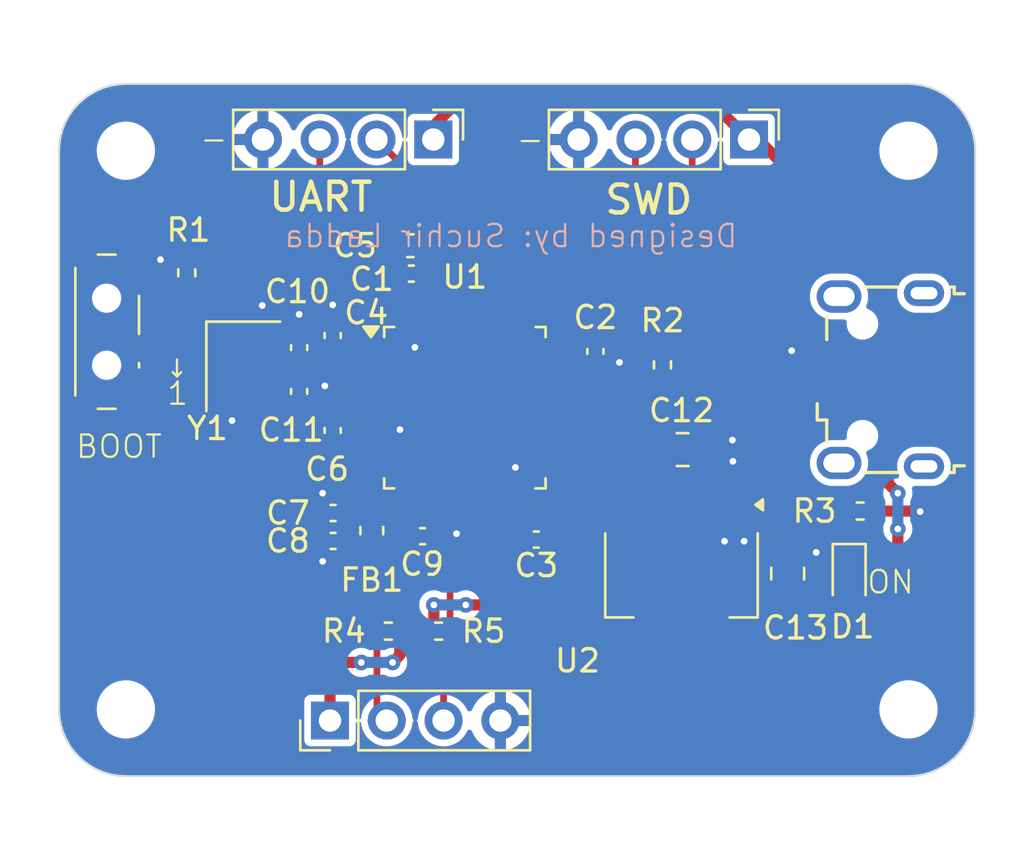
<source format=kicad_pcb>
(kicad_pcb (version 20240108) (generator "pcbnew") (generator_version "8.0")
  (layers (0 "F.Cu" signal) (31 "B.Cu" power) (34 "B.Paste" user) (35 "F.Paste" user) (36 "B.SilkS" user "B.Silkscreen") (37 "F.SilkS" user "F.Silkscreen") (38 "B.Mask" user) (39 "F.Mask" user) (44 "Edge.Cuts" user))
  (net 0 "")
  (net 1 "GND")
  (net 2 "+3.3V")
  (net 3 "+3.3VA")
  (net 4 "/NRST")
  (net 5 "/HSE_IN")
  (net 6 "/HSE_OUT")
  (net 7 "VBUS")
  (net 8 "/PWR_LED_K")
  (net 9 "/SWDIO")
  (net 10 "/SWCLK")
  (net 14 "/USB_D+")
  (net 16 "/USB_D-")
  (net 18 "/I2C2_SDA")
  (net 19 "/I2C2_SCL")
  (net 20 "/USART1_RX")
  (net 21 "/USART1_TX")
  (net 22 "/SW_BOOT0")
  (net 23 "/BOOT0")
  (footprint "Capacitor_SMD:C_0402_1005Metric" (layer "F.Cu") (at 107.25 95.52 90)
    (property "Reference" "C4" (at 1.02 1.5 0) (layer "F.SilkS"))
    (property "Value" "100n")
    (fp_line (start -0.107836 -0.36) (end 0.107836 -0.36) (stroke (width 0.12)) (layer "F.SilkS"))
    (fp_line (start -0.107836 0.36) (end 0.107836 0.36) (stroke (width 0.12)) (layer "F.SilkS"))
    (pad "1" smd roundrect (at -0.48 0 90) (size 0.56 0.62) (layers "F.Cu" "F.Paste" "F.Mask") (net 2 "+3.3V"))
    (pad "2" smd roundrect (at 0.48 0 90) (size 0.56 0.62) (layers "F.Cu" "F.Paste" "F.Mask") (net 1 "GND"))
  )
  (footprint "MountingHole:MountingHole_2.2mm_M2" (layer "F.Cu") (at 98 87.25)
    (property "Reference" "H4")
    (property "Value" "MountingHole")
    (pad "" np_thru_hole circle (at 0 0) (size 2.2 2.2) (drill 2.2) (layers "*.Cu" "*.Mask"))
  )
  (footprint "Resistor_SMD:R_0402_1005Metric" (layer "F.Cu") (at 111.99 108.75)
    (property "Reference" "R5" (at 2.01 0 360) (layer "F.SilkS"))
    (property "Value" "1k5")
    (fp_line (start -0.153641 -0.38) (end 0.153641 -0.38) (stroke (width 0.12)) (layer "F.SilkS"))
    (fp_line (start -0.153641 0.38) (end 0.153641 0.38) (stroke (width 0.12)) (layer "F.SilkS"))
    (pad "1" smd roundrect (at -0.51 0) (size 0.54 0.64) (layers "F.Cu" "F.Paste" "F.Mask") (net 2 "+3.3V"))
    (pad "2" smd roundrect (at 0.51 0) (size 0.54 0.64) (layers "F.Cu" "F.Paste" "F.Mask") (net 18 "/I2C2_SDA"))
  )
  (footprint "Capacitor_SMD:C_0603_1608Metric" (layer "F.Cu") (at 110.725 91.5)
    (property "Reference" "C5" (at -2.475 0 0) (layer "F.SilkS"))
    (property "Value" "10u")
    (fp_line (start -0.14058 -0.51) (end 0.14058 -0.51) (stroke (width 0.12)) (layer "F.SilkS"))
    (fp_line (start -0.14058 0.51) (end 0.14058 0.51) (stroke (width 0.12)) (layer "F.SilkS"))
    (pad "1" smd roundrect (at -0.775 0) (size 0.9 0.95) (layers "F.Cu" "F.Paste" "F.Mask") (net 2 "+3.3V"))
    (pad "2" smd roundrect (at 0.775 0) (size 0.9 0.95) (layers "F.Cu" "F.Paste" "F.Mask") (net 1 "GND"))
  )
  (footprint "Capacitor_SMD:C_0402_1005Metric" (layer "F.Cu") (at 105.75 98.02 90)
    (property "Reference" "C11" (at -1.73 -0.35 180) (layer "F.SilkS"))
    (property "Value" "10p")
    (fp_line (start -0.107836 -0.36) (end 0.107836 -0.36) (stroke (width 0.12)) (layer "F.SilkS"))
    (fp_line (start -0.107836 0.36) (end 0.107836 0.36) (stroke (width 0.12)) (layer "F.SilkS"))
    (pad "1" smd roundrect (at -0.48 0 90) (size 0.56 0.62) (layers "F.Cu" "F.Paste" "F.Mask") (net 6 "/HSE_OUT"))
    (pad "2" smd roundrect (at 0.48 0 90) (size 0.56 0.62) (layers "F.Cu" "F.Paste" "F.Mask") (net 1 "GND"))
  )
  (footprint "LED_SMD:LED_0603_1608Metric" (layer "F.Cu") (at 130.35 106.3375 -90)
    (property "Reference" "D1" (at 2.2125 -0.15 180) (layer "F.SilkS"))
    (property "Value" "RED")
    (fp_line (start -1.485 0.735) (end 0.8 0.735) (stroke (width 0.12)) (layer "F.SilkS"))
    (fp_line (start -1.485 -0.735) (end -1.485 0.735) (stroke (width 0.12)) (layer "F.SilkS"))
    (fp_line (start 0.8 -0.735) (end -1.485 -0.735) (stroke (width 0.12)) (layer "F.SilkS"))
    (pad "1" smd roundrect (at -0.7875 0 270) (size 0.875 0.95) (layers "F.Cu" "F.Paste" "F.Mask") (net 8 "/PWR_LED_K"))
    (pad "2" smd roundrect (at 0.7875 0 270) (size 0.875 0.95) (layers "F.Cu" "F.Paste" "F.Mask") (net 2 "+3.3V"))
  )
  (footprint "Resistor_SMD:R_0402_1005Metric" (layer "F.Cu") (at 130.84 103.375)
    (property "Reference" "R3" (at -2.04 0 360) (layer "F.SilkS"))
    (property "Value" "1k5")
    (fp_line (start -0.153641 -0.38) (end 0.153641 -0.38) (stroke (width 0.12)) (layer "F.SilkS"))
    (fp_line (start -0.153641 0.38) (end 0.153641 0.38) (stroke (width 0.12)) (layer "F.SilkS"))
    (pad "1" smd roundrect (at -0.51 0) (size 0.54 0.64) (layers "F.Cu" "F.Paste" "F.Mask") (net 8 "/PWR_LED_K"))
    (pad "2" smd roundrect (at 0.51 0) (size 0.54 0.64) (layers "F.Cu" "F.Paste" "F.Mask") (net 1 "GND"))
  )
  (footprint "MountingHole:MountingHole_2.2mm_M2" (layer "F.Cu") (at 133 87.25)
    (property "Reference" "H3")
    (property "Value" "MountingHole")
    (pad "" np_thru_hole circle (at 0 0) (size 2.2 2.2) (drill 2.2) (layers "*.Cu" "*.Mask"))
  )
  (footprint "Connector_USB:USB_Micro-B_Wuerth_629105150521" (layer "F.Cu") (at 131.745 97.5 90)
    (property "Reference" "J2")
    (property "Value" "USB_B_Micro")
    (fp_line (start -1.075 -2.825) (end -1.8 -2.825) (stroke (width 0.15)) (layer "F.SilkS"))
    (fp_line (start -1.8 -2.825) (end -1.8 -2.4) (stroke (width 0.15)) (layer "F.SilkS"))
    (fp_line (start 1.8 -2.4) (end 2.8 -2.4) (stroke (width 0.15)) (layer "F.SilkS"))
    (fp_line (start -1.8 -2.4) (end -2.8 -2.4) (stroke (width 0.15)) (layer "F.SilkS"))
    (fp_line (start -4.15 -0.65) (end -4.15 0.75) (stroke (width 0.15)) (layer "F.SilkS"))
    (fp_line (start 4.15 0.75) (end 4.15 -0.65) (stroke (width 0.15)) (layer "F.SilkS"))
    (fp_line (start -4.15 3.15) (end -4.15 3.3) (stroke (width 0.15)) (layer "F.SilkS"))
    (fp_line (start 4.15 3.3) (end 4.15 3.15) (stroke (width 0.15)) (layer "F.SilkS"))
    (fp_line (start 3.85 3.3) (end 4.15 3.3) (stroke (width 0.15)) (layer "F.SilkS"))
    (fp_line (start -3.85 3.3) (end -3.85 3.75) (stroke (width 0.15)) (layer "F.SilkS"))
    (fp_line (start -4.15 3.3) (end -3.85 3.3) (stroke (width 0.15)) (layer "F.SilkS"))
    (fp_line (start 3.85 3.75) (end 3.85 3.3) (stroke (width 0.15)) (layer "F.SilkS"))
    (pad "" np_thru_hole oval (at -2.5 -0.8 90) (size 0.8 0.8) (drill 0.8) (layers "*.Cu" "*.Mask"))
    (pad "" np_thru_hole oval (at 2.5 -0.8 90) (size 0.8 0.8) (drill 0.8) (layers "*.Cu" "*.Mask"))
    (pad "1" smd rect (at -1.3 -1.9 90) (size 0.45 1.3) (layers "F.Cu" "F.Paste" "F.Mask") (net 7 "VBUS"))
    (pad "2" smd rect (at -0.65 -1.9 90) (size 0.45 1.3) (layers "F.Cu" "F.Paste" "F.Mask") (net 16 "/USB_D-"))
    (pad "3" smd rect (at 0 -1.9 90) (size 0.45 1.3) (layers "F.Cu" "F.Paste" "F.Mask") (net 14 "/USB_D+"))
    (pad "4" smd rect (at 0.65 -1.9 90) (size 0.45 1.3) (layers "F.Cu" "F.Paste" "F.Mask"))
    (pad "5" smd rect (at 1.3 -1.9 90) (size 0.45 1.3) (layers "F.Cu" "F.Paste" "F.Mask") (net 1 "GND"))
    (pad "6" thru_hole oval (at -3.875 1.95 90) (size 1.15 1.8) (drill oval 0.55 1.2) (layers "*.Cu" "*.Mask"))
    (pad "6" thru_hole oval (at -3.725 -1.85 90) (size 1.45 2) (drill oval 0.85 1.4) (layers "*.Cu" "*.Mask"))
    (pad "6" thru_hole oval (at 3.725 -1.85 90) (size 1.45 2) (drill oval 0.85 1.4) (layers "*.Cu" "*.Mask"))
    (pad "6" thru_hole oval (at 3.875 1.95 90) (size 1.15 1.8) (drill oval 0.55 1.2) (layers "*.Cu" "*.Mask"))
  )
  (footprint "Crystal:Crystal_SMD_3225-4Pin_3.2x2.5mm" (layer "F.Cu") (at 103.25 96.9 -90)
    (property "Reference" "Y1" (at 2.775 1.6 180) (layer "F.SilkS"))
    (property "Value" "16MHz")
    (fp_line (start -2 1.65) (end 2 1.65) (stroke (width 0.12)) (layer "F.SilkS"))
    (fp_line (start -2 -1.65) (end -2 1.65) (stroke (width 0.12)) (layer "F.SilkS"))
    (pad "1" smd rect (at -1.1 0.85 270) (size 1.4 1.2) (layers "F.Cu" "F.Paste" "F.Mask") (net 5 "/HSE_IN"))
    (pad "2" smd rect (at 1.1 0.85 270) (size 1.4 1.2) (layers "F.Cu" "F.Paste" "F.Mask") (net 1 "GND"))
    (pad "3" smd rect (at 1.1 -0.85 270) (size 1.4 1.2) (layers "F.Cu" "F.Paste" "F.Mask") (net 6 "/HSE_OUT"))
    (pad "4" smd rect (at -1.1 -0.85 270) (size 1.4 1.2) (layers "F.Cu" "F.Paste" "F.Mask") (net 1 "GND"))
  )
  (footprint "Capacitor_SMD:C_0402_1005Metric" (layer "F.Cu") (at 119 96.23 -90)
    (property "Reference" "C2" (at -1.52 0 180) (layer "F.SilkS"))
    (property "Value" "100n")
    (fp_line (start -0.107836 0.36) (end 0.107836 0.36) (stroke (width 0.12)) (layer "F.SilkS"))
    (fp_line (start -0.107836 -0.36) (end 0.107836 -0.36) (stroke (width 0.12)) (layer "F.SilkS"))
    (pad "1" smd roundrect (at -0.48 0 270) (size 0.56 0.62) (layers "F.Cu" "F.Paste" "F.Mask") (net 2 "+3.3V"))
    (pad "2" smd roundrect (at 0.48 0 270) (size 0.56 0.62) (layers "F.Cu" "F.Paste" "F.Mask") (net 1 "GND"))
  )
  (footprint "MountingHole:MountingHole_2.2mm_M2" (layer "F.Cu") (at 133 112.25)
    (property "Reference" "H2")
    (property "Value" "MountingHole")
    (pad "" np_thru_hole circle (at 0 0) (size 2.2 2.2) (drill 2.2) (layers "F&B.Cu" "*.Mask"))
  )
  (footprint "Capacitor_SMD:C_0402_1005Metric" (layer "F.Cu") (at 107.25 99.77 90)
    (property "Reference" "C6" (at -1.73 -0.25 180) (layer "F.SilkS"))
    (property "Value" "10n")
    (fp_line (start -0.107836 -0.36) (end 0.107836 -0.36) (stroke (width 0.12)) (layer "F.SilkS"))
    (fp_line (start -0.107836 0.36) (end 0.107836 0.36) (stroke (width 0.12)) (layer "F.SilkS"))
    (pad "1" smd roundrect (at -0.48 0 90) (size 0.56 0.62) (layers "F.Cu" "F.Paste" "F.Mask") (net 3 "+3.3VA"))
    (pad "2" smd roundrect (at 0.48 0 90) (size 0.56 0.62) (layers "F.Cu" "F.Paste" "F.Mask") (net 1 "GND"))
  )
  (footprint "Package_TO_SOT_SMD:SOT-223-3_TabPin2" (layer "F.Cu") (at 122.85 106.225 -90)
    (property "Reference" "U2" (at 3.85 4.65 180) (layer "F.SilkS"))
    (property "Value" "AMS1117-3.3")
    (fp_line (start -1.85 3.41) (end 1.91 3.41) (stroke (width 0.12)) (layer "F.SilkS"))
    (fp_line (start 1.91 3.41) (end 1.91 2.15) (stroke (width 0.12)) (layer "F.SilkS"))
    (fp_line (start -1.85 -3.41) (end 1.91 -3.41) (stroke (width 0.12)) (layer "F.SilkS"))
    (fp_line (start 1.91 -3.41) (end 1.91 -2.15) (stroke (width 0.12)) (layer "F.SilkS"))
    (fp_poly (pts (xy -3.13 -3.31) (xy -3.37 -3.64) (xy -2.89 -3.64) (xy -3.13 -3.31)) (stroke (width 0.12)) (fill solid) (layer "F.SilkS"))
    (pad "1" smd roundrect (at -3.15 -2.3 270) (size 2 1.5) (layers "F.Cu" "F.Paste" "F.Mask") (net 1 "GND"))
    (pad "2" smd roundrect (at -3.15 0 270) (size 2 1.5) (layers "F.Cu" "F.Paste" "F.Mask") (net 2 "+3.3V"))
    (pad "2" smd roundrect (at 3.15 0 270) (size 2 3.8) (layers "F.Cu" "F.Paste" "F.Mask") (net 2 "+3.3V"))
    (pad "3" smd roundrect (at -3.15 2.3 270) (size 2 1.5) (layers "F.Cu" "F.Paste" "F.Mask") (net 7 "VBUS"))
  )
  (footprint "Connector_PinHeader_2.54mm:PinHeader_1x04_P2.54mm_Vertical" (layer "F.Cu") (at 107.13 112.75 90)
    (property "Reference" "J3")
    (property "Value" "Conn_01x04_Pin")
    (fp_line (start -1.33 -1.33) (end 0 -1.33) (stroke (width 0.12)) (layer "F.SilkS"))
    (fp_line (start -1.33 0) (end -1.33 -1.33) (stroke (width 0.12)) (layer "F.SilkS"))
    (fp_line (start 1.33 1.27) (end 1.33 8.95) (stroke (width 0.12)) (layer "F.SilkS"))
    (fp_line (start -1.33 1.27) (end 1.33 1.27) (stroke (width 0.12)) (layer "F.SilkS"))
    (fp_line (start -1.33 1.27) (end -1.33 8.95) (stroke (width 0.12)) (layer "F.SilkS"))
    (fp_line (start -1.33 8.95) (end 1.33 8.95) (stroke (width 0.12)) (layer "F.SilkS"))
    (pad "1" thru_hole rect (at 0 0 90) (size 1.7 1.7) (drill 1) (layers "*.Cu" "*.Mask") (net 2 "+3.3V"))
    (pad "2" thru_hole oval (at 0 2.54 90) (size 1.7 1.7) (drill 1) (layers "*.Cu" "*.Mask") (net 19 "/I2C2_SCL"))
    (pad "3" thru_hole oval (at 0 5.08 90) (size 1.7 1.7) (drill 1) (layers "*.Cu" "*.Mask") (net 18 "/I2C2_SDA"))
    (pad "4" thru_hole oval (at 0 7.62 90) (size 1.7 1.7) (drill 1) (layers "*.Cu" "*.Mask") (net 1 "GND"))
  )
  (footprint "Capacitor_SMD:C_0402_1005Metric" (layer "F.Cu") (at 105.75 96.06 90)
    (property "Reference" "C10" (at 2.51 -0.075 180) (layer "F.SilkS"))
    (property "Value" "10p")
    (fp_line (start -0.107836 -0.36) (end 0.107836 -0.36) (stroke (width 0.12)) (layer "F.SilkS"))
    (fp_line (start -0.107836 0.36) (end 0.107836 0.36) (stroke (width 0.12)) (layer "F.SilkS"))
    (pad "1" smd roundrect (at -0.48 0 90) (size 0.56 0.62) (layers "F.Cu" "F.Paste" "F.Mask") (net 5 "/HSE_IN"))
    (pad "2" smd roundrect (at 0.48 0 90) (size 0.56 0.62) (layers "F.Cu" "F.Paste" "F.Mask") (net 1 "GND"))
  )
  (footprint "Button_Switch_SMD:SW_SPDT_PCM12" (layer "F.Cu") (at 97.47 95.35 -90)
    (property "Reference" "SW1")
    (property "Value" "SW_SPDT")
    (fp_line (start -2.85 1.73) (end 2.85 1.73) (stroke (width 0.12)) (layer "F.SilkS"))
    (fp_line (start 3.45 0.72) (end 3.45 -0.07) (stroke (width 0.12)) (layer "F.SilkS"))
    (fp_line (start -3.45 -0.07) (end -3.45 0.72) (stroke (width 0.12)) (layer "F.SilkS"))
    (fp_line (start -1.6 -1.12) (end 0.1 -1.12) (stroke (width 0.12)) (layer "F.SilkS"))
    (fp_line (start 1.4 -1.12) (end 1.6 -1.12) (stroke (width 0.12)) (layer "F.SilkS"))
    (pad "" smd rect (at -3.65 -0.78 270) (size 1 0.8) (layers "F.Cu" "F.Paste" "F.Mask"))
    (pad "" smd rect (at -3.65 1.43 270) (size 1 0.8) (layers "F.Cu" "F.Paste" "F.Mask"))
    (pad "" np_thru_hole circle (at -1.5 0.33 270) (size 0.9 0.9) (drill 0.9) (layers "*.Cu" "*.Mask"))
    (pad "" np_thru_hole circle (at 1.5 0.33 270) (size 0.9 0.9) (drill 0.9) (layers "*.Cu" "*.Mask"))
    (pad "" smd rect (at 3.65 -0.78 270) (size 1 0.8) (layers "F.Cu" "F.Paste" "F.Mask"))
    (pad "" smd rect (at 3.65 1.43 270) (size 1 0.8) (layers "F.Cu" "F.Paste" "F.Mask"))
    (pad "1" smd rect (at -2.25 -1.43 270) (size 0.7 1.5) (layers "F.Cu" "F.Paste" "F.Mask") (net 1 "GND"))
    (pad "2" smd rect (at 0.75 -1.43 270) (size 0.7 1.5) (layers "F.Cu" "F.Paste" "F.Mask") (net 22 "/SW_BOOT0"))
    (pad "3" smd rect (at 2.25 -1.43 270) (size 0.7 1.5) (layers "F.Cu" "F.Paste" "F.Mask") (net 2 "+3.3V"))
  )
  (footprint "Capacitor_SMD:C_0805_2012Metric" (layer "F.Cu") (at 122.9 100.625)
    (property "Reference" "C12" (at -0.05 -1.75 0) (layer "F.SilkS"))
    (property "Value" "22u")
    (fp_line (start -0.261252 -0.735) (end 0.261252 -0.735) (stroke (width 0.12)) (layer "F.SilkS"))
    (fp_line (start -0.261252 0.735) (end 0.261252 0.735) (stroke (width 0.12)) (layer "F.SilkS"))
    (pad "1" smd roundrect (at -0.95 0) (size 1 1.45) (layers "F.Cu" "F.Paste" "F.Mask") (net 7 "VBUS"))
    (pad "2" smd roundrect (at 0.95 0) (size 1 1.45) (layers "F.Cu" "F.Paste" "F.Mask") (net 1 "GND"))
  )
  (footprint "Resistor_SMD:R_0402_1005Metric" (layer "F.Cu") (at 109.74 108.75 180)
    (property "Reference" "R4" (at 1.99 0 360) (layer "F.SilkS"))
    (property "Value" "1k5")
    (fp_line (start -0.153641 0.38) (end 0.153641 0.38) (stroke (width 0.12)) (layer "F.SilkS"))
    (fp_line (start -0.153641 -0.38) (end 0.153641 -0.38) (stroke (width 0.12)) (layer "F.SilkS"))
    (pad "1" smd roundrect (at -0.51 0 180) (size 0.54 0.64) (layers "F.Cu" "F.Paste" "F.Mask") (net 2 "+3.3V"))
    (pad "2" smd roundrect (at 0.51 0 180) (size 0.54 0.64) (layers "F.Cu" "F.Paste" "F.Mask") (net 19 "/I2C2_SCL"))
  )
  (footprint "Capacitor_SMD:C_0402_1005Metric" (layer "F.Cu") (at 107.27 104.7125 180)
    (property "Reference" "C8" (at 2.02 0 0) (layer "F.SilkS"))
    (property "Value" "1u")
    (fp_line (start -0.107836 0.36) (end 0.107836 0.36) (stroke (width 0.12)) (layer "F.SilkS"))
    (fp_line (start -0.107836 -0.36) (end 0.107836 -0.36) (stroke (width 0.12)) (layer "F.SilkS"))
    (pad "1" smd roundrect (at -0.48 0 180) (size 0.56 0.62) (layers "F.Cu" "F.Paste" "F.Mask") (net 2 "+3.3V"))
    (pad "2" smd roundrect (at 0.48 0 180) (size 0.56 0.62) (layers "F.Cu" "F.Paste" "F.Mask") (net 1 "GND"))
  )
  (footprint "MountingHole:MountingHole_2.2mm_M2" (layer "F.Cu") (at 98 112.25)
    (property "Reference" "H1")
    (property "Value" "MountingHole")
    (pad "" np_thru_hole circle (at 0 0) (size 2.2 2.2) (drill 2.2) (layers "*.Cu" "*.Mask"))
  )
  (footprint "Package_QFP:LQFP-48_7x7mm_P0.5mm" (layer "F.Cu") (at 113.1625 98.75)
    (property "Reference" "U1" (at 0 -5.85 0) (layer "F.SilkS"))
    (property "Value" "STM32F103C8T6")
    (fp_line (start -3.61 -3.61) (end -3.61 -3.16) (stroke (width 0.12)) (layer "F.SilkS"))
    (fp_line (start -3.61 3.61) (end -3.61 3.16) (stroke (width 0.12)) (layer "F.SilkS"))
    (fp_line (start -3.16 -3.61) (end -3.61 -3.61) (stroke (width 0.12)) (layer "F.SilkS"))
    (fp_line (start -3.16 3.61) (end -3.61 3.61) (stroke (width 0.12)) (layer "F.SilkS"))
    (fp_line (start 3.16 -3.61) (end 3.61 -3.61) (stroke (width 0.12)) (layer "F.SilkS"))
    (fp_line (start 3.16 3.61) (end 3.61 3.61) (stroke (width 0.12)) (layer "F.SilkS"))
    (fp_line (start 3.61 -3.61) (end 3.61 -3.16) (stroke (width 0.12)) (layer "F.SilkS"))
    (fp_line (start 3.61 3.61) (end 3.61 3.16) (stroke (width 0.12)) (layer "F.SilkS"))
    (fp_poly (pts (xy -4.2 -3.16) (xy -4.54 -3.63) (xy -3.86 -3.63) (xy -4.2 -3.16)) (stroke (width 0.12)) (fill solid) (layer "F.SilkS"))
    (pad "1" smd roundrect (at -4.1625 -2.75) (size 1.475 0.3) (layers "F.Cu" "F.Paste" "F.Mask") (net 2 "+3.3V"))
    (pad "2" smd roundrect (at -4.1625 -2.25) (size 1.475 0.3) (layers "F.Cu" "F.Paste" "F.Mask"))
    (pad "3" smd roundrect (at -4.1625 -1.75) (size 1.475 0.3) (layers "F.Cu" "F.Paste" "F.Mask"))
    (pad "4" smd roundrect (at -4.1625 -1.25) (size 1.475 0.3) (layers "F.Cu" "F.Paste" "F.Mask"))
    (pad "5" smd roundrect (at -4.1625 -0.75) (size 1.475 0.3) (layers "F.Cu" "F.Paste" "F.Mask") (net 5 "/HSE_IN"))
    (pad "6" smd roundrect (at -4.1625 -0.25) (size 1.475 0.3) (layers "F.Cu" "F.Paste" "F.Mask") (net 6 "/HSE_OUT"))
    (pad "7" smd roundrect (at -4.1625 0.25) (size 1.475 0.3) (layers "F.Cu" "F.Paste" "F.Mask") (net 4 "/NRST"))
    (pad "8" smd roundrect (at -4.1625 0.75) (size 1.475 0.3) (layers "F.Cu" "F.Paste" "F.Mask") (net 1 "GND"))
    (pad "9" smd roundrect (at -4.1625 1.25) (size 1.475 0.3) (layers "F.Cu" "F.Paste" "F.Mask") (net 3 "+3.3VA"))
    (pad "10" smd roundrect (at -4.1625 1.75) (size 1.475 0.3) (layers "F.Cu" "F.Paste" "F.Mask"))
    (pad "11" smd roundrect (at -4.1625 2.25) (size 1.475 0.3) (layers "F.Cu" "F.Paste" "F.Mask"))
    (pad "12" smd roundrect (at -4.1625 2.75) (size 1.475 0.3) (layers "F.Cu" "F.Paste" "F.Mask"))
    (pad "13" smd roundrect (at -2.75 4.1625) (size 0.3 1.475) (layers "F.Cu" "F.Paste" "F.Mask"))
    (pad "14" smd roundrect (at -2.25 4.1625) (size 0.3 1.475) (layers "F.Cu" "F.Paste" "F.Mask"))
    (pad "15" smd roundrect (at -1.75 4.1625) (size 0.3 1.475) (layers "F.Cu" "F.Paste" "F.Mask"))
    (pad "16" smd roundrect (at -1.25 4.1625) (size 0.3 1.475) (layers "F.Cu" "F.Paste" "F.Mask"))
    (pad "17" smd roundrect (at -0.75 4.1625) (size 0.3 1.475) (layers "F.Cu" "F.Paste" "F.Mask"))
    (pad "18" smd roundrect (at -0.25 4.1625) (size 0.3 1.475) (layers "F.Cu" "F.Paste" "F.Mask"))
    (pad "19" smd roundrect (at 0.25 4.1625) (size 0.3 1.475) (layers "F.Cu" "F.Paste" "F.Mask"))
    (pad "20" smd roundrect (at 0.75 4.1625) (size 0.3 1.475) (layers "F.Cu" "F.Paste" "F.Mask"))
    (pad "21" smd roundrect (at 1.25 4.1625) (size 0.3 1.475) (layers "F.Cu" "F.Paste" "F.Mask") (net 19 "/I2C2_SCL"))
    (pad "22" smd roundrect (at 1.75 4.1625) (size 0.3 1.475) (layers "F.Cu" "F.Paste" "F.Mask") (net 18 "/I2C2_SDA"))
    (pad "23" smd roundrect (at 2.25 4.1625) (size 0.3 1.475) (layers "F.Cu" "F.Paste" "F.Mask") (net 1 "GND"))
    (pad "24" smd roundrect (at 2.75 4.1625) (size 0.3 1.475) (layers "F.Cu" "F.Paste" "F.Mask") (net 2 "+3.3V"))
    (pad "25" smd roundrect (at 4.1625 2.75) (size 1.475 0.3) (layers "F.Cu" "F.Paste" "F.Mask"))
    (pad "26" smd roundrect (at 4.1625 2.25) (size 1.475 0.3) (layers "F.Cu" "F.Paste" "F.Mask"))
    (pad "27" smd roundrect (at 4.1625 1.75) (size 1.475 0.3) (layers "F.Cu" "F.Paste" "F.Mask"))
    (pad "28" smd roundrect (at 4.1625 1.25) (size 1.475 0.3) (layers "F.Cu" "F.Paste" "F.Mask"))
    (pad "29" smd roundrect (at 4.1625 0.75) (size 1.475 0.3) (layers "F.Cu" "F.Paste" "F.Mask"))
    (pad "30" smd roundrect (at 4.1625 0.25) (size 1.475 0.3) (layers "F.Cu" "F.Paste" "F.Mask"))
    (pad "31" smd roundrect (at 4.1625 -0.25) (size 1.475 0.3) (layers "F.Cu" "F.Paste" "F.Mask"))
    (pad "32" smd roundrect (at 4.1625 -0.75) (size 1.475 0.3) (layers "F.Cu" "F.Paste" "F.Mask") (net 16 "/USB_D-"))
    (pad "33" smd roundrect (at 4.1625 -1.25) (size 1.475 0.3) (layers "F.Cu" "F.Paste" "F.Mask") (net 14 "/USB_D+"))
    (pad "34" smd roundrect (at 4.1625 -1.75) (size 1.475 0.3) (layers "F.Cu" "F.Paste" "F.Mask") (net 9 "/SWDIO"))
    (pad "35" smd roundrect (at 4.1625 -2.25) (size 1.475 0.3) (layers "F.Cu" "F.Paste" "F.Mask") (net 1 "GND"))
    (pad "36" smd roundrect (at 4.1625 -2.75) (size 1.475 0.3) (layers "F.Cu" "F.Paste" "F.Mask") (net 2 "+3.3V"))
    (pad "37" smd roundrect (at 2.75 -4.1625) (size 0.3 1.475) (layers "F.Cu" "F.Paste" "F.Mask") (net 10 "/SWCLK"))
    (pad "38" smd roundrect (at 2.25 -4.1625) (size 0.3 1.475) (layers "F.Cu" "F.Paste" "F.Mask"))
    (pad "39" smd roundrect (at 1.75 -4.1625) (size 0.3 1.475) (layers "F.Cu" "F.Paste" "F.Mask"))
    (pad "40" smd roundrect (at 1.25 -4.1625) (size 0.3 1.475) (layers "F.Cu" "F.Paste" "F.Mask"))
    (pad "41" smd roundrect (at 0.75 -4.1625) (size 0.3 1.475) (layers "F.Cu" "F.Paste" "F.Mask"))
    (pad "42" smd roundrect (at 0.25 -4.1625) (size 0.3 1.475) (layers "F.Cu" "F.Paste" "F.Mask") (net 21 "/USART1_TX"))
    (pad "43" smd roundrect (at -0.25 -4.1625) (size 0.3 1.475) (layers "F.Cu" "F.Paste" "F.Mask") (net 20 "/USART1_RX"))
    (pad "44" smd roundrect (at -0.75 -4.1625) (size 0.3 1.475) (layers "F.Cu" "F.Paste" "F.Mask") (net 23 "/BOOT0"))
    (pad "45" smd roundrect (at -1.25 -4.1625) (size 0.3 1.475) (layers "F.Cu" "F.Paste" "F.Mask"))
    (pad "46" smd roundrect (at -1.75 -4.1625) (size 0.3 1.475) (layers "F.Cu" "F.Paste" "F.Mask"))
    (pad "47" smd roundrect (at -2.25 -4.1625) (size 0.3 1.475) (layers "F.Cu" "F.Paste" "F.Mask") (net 1 "GND"))
    (pad "48" smd roundrect (at -2.75 -4.1625) (size 0.3 1.475) (layers "F.Cu" "F.Paste" "F.Mask") (net 2 "+3.3V"))
  )
  (footprint "Capacitor_SMD:C_0402_1005Metric" (layer "F.Cu") (at 116.355 104.65 180)
    (property "Reference" "C3" (at 0 -1.16 0) (layer "F.SilkS"))
    (property "Value" "100n")
    (fp_line (start -0.107836 0.36) (end 0.107836 0.36) (stroke (width 0.12)) (layer "F.SilkS"))
    (fp_line (start -0.107836 -0.36) (end 0.107836 -0.36) (stroke (width 0.12)) (layer "F.SilkS"))
    (pad "1" smd roundrect (at -0.48 0 180) (size 0.56 0.62) (layers "F.Cu" "F.Paste" "F.Mask") (net 2 "+3.3V"))
    (pad "2" smd roundrect (at 0.48 0 180) (size 0.56 0.62) (layers "F.Cu" "F.Paste" "F.Mask") (net 1 "GND"))
  )
  (footprint "Capacitor_SMD:C_0805_2012Metric" (layer "F.Cu") (at 127.6 106.175 90)
    (property "Reference" "C13" (at -2.425 0.35 180) (layer "F.SilkS"))
    (property "Value" "22u")
    (fp_line (start -0.261252 -0.735) (end 0.261252 -0.735) (stroke (width 0.12)) (layer "F.SilkS"))
    (fp_line (start -0.261252 0.735) (end 0.261252 0.735) (stroke (width 0.12)) (layer "F.SilkS"))
    (pad "1" smd roundrect (at -0.95 0 90) (size 1 1.45) (layers "F.Cu" "F.Paste" "F.Mask") (net 2 "+3.3V"))
    (pad "2" smd roundrect (at 0.95 0 90) (size 1 1.45) (layers "F.Cu" "F.Paste" "F.Mask") (net 1 "GND"))
  )
  (footprint "Resistor_SMD:R_0402_1005Metric" (layer "F.Cu") (at 122 96.835 -90)
    (property "Reference" "R2" (at -1.985 0 180) (layer "F.SilkS"))
    (property "Value" "1k5")
    (fp_line (start -0.153641 0.38) (end 0.153641 0.38) (stroke (width 0.12)) (layer "F.SilkS"))
    (fp_line (start -0.153641 -0.38) (end 0.153641 -0.38) (stroke (width 0.12)) (layer "F.SilkS"))
    (pad "1" smd roundrect (at -0.51 0 270) (size 0.54 0.64) (layers "F.Cu" "F.Paste" "F.Mask") (net 2 "+3.3V"))
    (pad "2" smd roundrect (at 0.51 0 270) (size 0.54 0.64) (layers "F.Cu" "F.Paste" "F.Mask") (net 14 "/USB_D+"))
  )
  (footprint "Capacitor_SMD:C_0402_1005Metric" (layer "F.Cu") (at 111.27 104.5)
    (property "Reference" "C9" (at -0.02 1.25 0) (layer "F.SilkS"))
    (property "Value" "100n")
    (fp_line (start -0.107836 -0.36) (end 0.107836 -0.36) (stroke (width 0.12)) (layer "F.SilkS"))
    (fp_line (start -0.107836 0.36) (end 0.107836 0.36) (stroke (width 0.12)) (layer "F.SilkS"))
    (pad "1" smd roundrect (at -0.48 0) (size 0.56 0.62) (layers "F.Cu" "F.Paste" "F.Mask") (net 4 "/NRST"))
    (pad "2" smd roundrect (at 0.48 0) (size 0.56 0.62) (layers "F.Cu" "F.Paste" "F.Mask") (net 1 "GND"))
  )
  (footprint "Connector_PinHeader_2.54mm:PinHeader_1x04_P2.54mm_Vertical" (layer "F.Cu") (at 111.75 86.75 -90)
    (property "Reference" "J4")
    (property "Value" "Conn_01x04_Pin")
    (fp_line (start -1.33 8.95) (end 1.33 8.95) (stroke (width 0.12)) (layer "F.SilkS"))
    (fp_line (start -1.33 1.27) (end -1.33 8.95) (stroke (width 0.12)) (layer "F.SilkS"))
    (fp_line (start -1.33 1.27) (end 1.33 1.27) (stroke (width 0.12)) (layer "F.SilkS"))
    (fp_line (start 1.33 1.27) (end 1.33 8.95) (stroke (width 0.12)) (layer "F.SilkS"))
    (fp_line (start -1.33 0) (end -1.33 -1.33) (stroke (width 0.12)) (layer "F.SilkS"))
    (fp_line (start -1.33 -1.33) (end 0 -1.33) (stroke (width 0.12)) (layer "F.SilkS"))
    (pad "1" thru_hole rect (at 0 0 270) (size 1.7 1.7) (drill 1) (layers "*.Cu" "*.Mask") (net 2 "+3.3V"))
    (pad "2" thru_hole oval (at 0 2.54 270) (size 1.7 1.7) (drill 1) (layers "*.Cu" "*.Mask") (net 21 "/USART1_TX"))
    (pad "3" thru_hole oval (at 0 5.08 270) (size 1.7 1.7) (drill 1) (layers "*.Cu" "*.Mask") (net 20 "/USART1_RX"))
    (pad "4" thru_hole oval (at 0 7.62 270) (size 1.7 1.7) (drill 1) (layers "*.Cu" "*.Mask") (net 1 "GND"))
  )
  (footprint "Capacitor_SMD:C_0402_1005Metric" (layer "F.Cu") (at 107.27 103.4625 180)
    (property "Reference" "C7" (at 2.02 0 0) (layer "F.SilkS"))
    (property "Value" "1u")
    (fp_line (start -0.107836 0.36) (end 0.107836 0.36) (stroke (width 0.12)) (layer "F.SilkS"))
    (fp_line (start -0.107836 -0.36) (end 0.107836 -0.36) (stroke (width 0.12)) (layer "F.SilkS"))
    (pad "1" smd roundrect (at -0.48 0 180) (size 0.56 0.62) (layers "F.Cu" "F.Paste" "F.Mask") (net 3 "+3.3VA"))
    (pad "2" smd roundrect (at 0.48 0 180) (size 0.56 0.62) (layers "F.Cu" "F.Paste" "F.Mask") (net 1 "GND"))
  )
  (footprint "Connector_PinHeader_2.54mm:PinHeader_1x04_P2.54mm_Vertical" (layer "F.Cu") (at 125.87 86.75 -90)
    (property "Reference" "J1")
    (property "Value" "Conn_01x04_Pin")
    (fp_line (start -1.33 8.95) (end 1.33 8.95) (stroke (width 0.12)) (layer "F.SilkS"))
    (fp_line (start -1.33 1.27) (end -1.33 8.95) (stroke (width 0.12)) (layer "F.SilkS"))
    (fp_line (start -1.33 1.27) (end 1.33 1.27) (stroke (width 0.12)) (layer "F.SilkS"))
    (fp_line (start 1.33 1.27) (end 1.33 8.95) (stroke (width 0.12)) (layer "F.SilkS"))
    (fp_line (start -1.33 0) (end -1.33 -1.33) (stroke (width 0.12)) (layer "F.SilkS"))
    (fp_line (start -1.33 -1.33) (end 0 -1.33) (stroke (width 0.12)) (layer "F.SilkS"))
    (pad "1" thru_hole rect (at 0 0 270) (size 1.7 1.7) (drill 1) (layers "*.Cu" "*.Mask") (net 2 "+3.3V"))
    (pad "2" thru_hole oval (at 0 2.54 270) (size 1.7 1.7) (drill 1) (layers "*.Cu" "*.Mask") (net 9 "/SWDIO"))
    (pad "3" thru_hole oval (at 0 5.08 270) (size 1.7 1.7) (drill 1) (layers "*.Cu" "*.Mask") (net 10 "/SWCLK"))
    (pad "4" thru_hole oval (at 0 7.62 270) (size 1.7 1.7) (drill 1) (layers "*.Cu" "*.Mask") (net 1 "GND"))
  )
  (footprint "Inductor_SMD:L_0603_1608Metric" (layer "F.Cu") (at 109 104.25 -90)
    (property "Reference" "FB1" (at 2.2125 0 0) (layer "F.SilkS"))
    (property "Value" "120R")
    (fp_line (start -0.162779 0.51) (end 0.162779 0.51) (stroke (width 0.12)) (layer "F.SilkS"))
    (fp_line (start -0.162779 -0.51) (end 0.162779 -0.51) (stroke (width 0.12)) (layer "F.SilkS"))
    (pad "1" smd roundrect (at -0.7875 0 270) (size 0.875 0.95) (layers "F.Cu" "F.Paste" "F.Mask") (net 3 "+3.3VA"))
    (pad "2" smd roundrect (at 0.7875 0 270) (size 0.875 0.95) (layers "F.Cu" "F.Paste" "F.Mask") (net 2 "+3.3V"))
  )
  (footprint "Resistor_SMD:R_0402_1005Metric" (layer "F.Cu") (at 100.725 92.715 90)
    (property "Reference" "R1" (at 1.915 0.075 180) (layer "F.SilkS"))
    (property "Value" "10k")
    (fp_line (start -0.153641 -0.38) (end 0.153641 -0.38) (stroke (width 0.12)) (layer "F.SilkS"))
    (fp_line (start -0.153641 0.38) (end 0.153641 0.38) (stroke (width 0.12)) (layer "F.SilkS"))
    (pad "1" smd roundrect (at -0.51 0 90) (size 0.54 0.64) (layers "F.Cu" "F.Paste" "F.Mask") (net 22 "/SW_BOOT0"))
    (pad "2" smd roundrect (at 0.51 0 90) (size 0.54 0.64) (layers "F.Cu" "F.Paste" "F.Mask") (net 23 "/BOOT0"))
  )
  (footprint "Capacitor_SMD:C_0402_1005Metric" (layer "F.Cu") (at 110.77 92.75)
    (property "Reference" "C1" (at -1.77 0.25 0) (layer "F.SilkS"))
    (property "Value" "100n")
    (fp_line (start -0.107836 -0.36) (end 0.107836 -0.36) (stroke (width 0.12)) (layer "F.SilkS"))
    (fp_line (start -0.107836 0.36) (end 0.107836 0.36) (stroke (width 0.12)) (layer "F.SilkS"))
    (pad "1" smd roundrect (at -0.48 0) (size 0.56 0.62) (layers "F.Cu" "F.Paste" "F.Mask") (net 2 "+3.3V"))
    (pad "2" smd roundrect (at 0.48 0) (size 0.56 0.62) (layers "F.Cu" "F.Paste" "F.Mask") (net 1 "GND"))
  )
  (gr_arc (start 98 115.25) (mid 95.87868 114.37132) (end 95 112.25) (stroke (width 0.05)) (layer "Edge.Cuts"))
  (gr_arc (start 136 112.25) (mid 135.12132 114.37132) (end 133 115.25) (stroke (width 0.05)) (layer "Edge.Cuts"))
  (gr_line (start 98 84.25) (end 133 84.25) (stroke (width 0.05)) (layer "Edge.Cuts"))
  (gr_arc (start 133 84.25) (mid 135.12132 85.12868) (end 136 87.25) (stroke (width 0.05)) (layer "Edge.Cuts"))
  (gr_arc (start 95 87.25) (mid 95.87868 85.12868) (end 98 84.25) (stroke (width 0.05)) (layer "Edge.Cuts"))
  (gr_line (start 95 112.25) (end 95 87.25) (stroke (width 0.05)) (layer "Edge.Cuts"))
  (gr_line (start 136 87.5) (end 136 87.25) (stroke (width 0.05)) (layer "Edge.Cuts"))
  (gr_line (start 136 112.25) (end 136 87.5) (stroke (width 0.05)) (layer "Edge.Cuts"))
  (gr_line (start 133 115.25) (end 98 115.25) (stroke (width 0.05)) (layer "Edge.Cuts"))
  (gr_text "Designed by: Suchir Ladda" (at 125.425 91.65 0) (layer "B.SilkS") (effects (font (size 1 1) (thickness 0.1)) (justify left bottom mirror)))
  (gr_text "1" (at 99.775 98.7 0) (layer "F.SilkS") (effects (font (size 1 1) (thickness 0.1)) (justify left bottom)))
  (gr_text "-" (at 101.25 87.3 0) (layer "F.SilkS") (effects (font (size 1 1) (thickness 0.1)) (justify left bottom)))
  (gr_text "UART" (at 104.3 90.05 0) (layer "F.SilkS") (effects (font (size 1.25 1.25) (thickness 0.2)) (justify left bottom)))
  (gr_text "BOOT" (at 95.7 101.075 0) (layer "F.SilkS") (effects (font (size 1 1) (thickness 0.1)) (justify left bottom)))
  (gr_text "-" (at 115.4 87.325 0) (layer "F.SilkS") (effects (font (size 1 1) (thickness 0.1)) (justify left bottom)))
  (gr_text "ON" (at 131.085 107.1375 0) (layer "F.SilkS") (effects (font (size 1 1) (thickness 0.1)) (justify left bottom)))
  (gr_text "SWD" (at 119.325 90.175 0) (layer "F.SilkS") (effects (font (size 1.25 1.25) (thickness 0.2)) (justify left bottom)))
  (gr_text "↓" (at 99.6 97.475 0) (layer "F.SilkS") (effects (font (size 1 1) (thickness 0.1)) (justify left bottom)))
  (segment (start 117.325 96.5) (end 118.16562 96.5) (width 0.3) (layer "F.Cu") (net 1))
  (segment (start 115.4125 104.1875) (end 115.875 104.65) (width 0.3) (layer "F.Cu") (net 1))
  (segment (start 115.4125 102.9125) (end 115.4125 104.1875) (width 0.3) (layer "F.Cu") (net 1))
  (segment (start 111.2 93.45938) (end 111.2 93.45) (width 0.3) (layer "F.Cu") (net 1))
  (segment (start 118.16562 96.5) (end 118.59062 96.925) (width 0.3) (layer "F.Cu") (net 1))
  (segment (start 109 99.5) (end 110.026599 99.5) (width 0.3) (layer "F.Cu") (net 1))
  (segment (start 110.026599 99.5) (end 110.258034 99.731435) (width 0.3) (layer "F.Cu") (net 1))
  (segment (start 120.06 96.71) (end 120.075 96.725) (width 0.3) (layer "F.Cu") (net 1))
  (segment (start 106.79 105.615) (end 106.8 105.625) (width 0.3) (layer "F.Cu") (net 1))
  (segment (start 109 99.5) (end 108 99.5) (width 0.3) (layer "F.Cu") (net 1))
  (segment (start 110.9125 94.5875) (end 110.9125 96.0375) (width 0.3) (layer "F.Cu") (net 1))
  (segment (start 98.9 92.775) (end 99.55 92.125) (width 0.5) (layer "F.Cu") (net 1))
  (segment (start 106.79 104.7125) (end 106.79 105.615) (width 0.3) (layer "F.Cu") (net 1))
  (segment (start 107.71 99.29) (end 107.25 99.29) (width 0.3) (layer "F.Cu") (net 1))
  (segment (start 105.75 97.54) (end 106.665 97.54) (width 0.3) (layer "F.Cu") (net 1))
  (segment (start 107.75 99.25) (end 107.71 99.29) (width 0.3) (layer "F.Cu") (net 1))
  (segment (start 119 96.71) (end 120.06 96.71) (width 0.3) (layer "F.Cu") (net 1))
  (segment (start 106.79 103.4625) (end 106.79 102.585) (width 0.3) (layer "F.Cu") (net 1))
  (segment (start 106.79 102.585) (end 106.8 102.575) (width 0.3) (layer "F.Cu") (net 1))
  (segment (start 108 99.5) (end 107.75 99.25) (width 0.3) (layer "F.Cu") (net 1))
  (segment (start 115.4125 101.4375) (end 115.425 101.425) (width 0.3) (layer "F.Cu") (net 1))
  (segment (start 112.67567 104.5) (end 112.787835 104.387835) (width 0.5) (layer "F.Cu") (net 1))
  (segment (start 110.9125 94.5875) (end 110.9125 93.74688) (width 0.3) (layer "F.Cu") (net 1))
  (segment (start 105.75 95.58) (end 105.75 94.575) (width 0.3) (layer "F.Cu") (net 1))
  (segment (start 111.5 91.5) (end 111.5 92.5) (width 0.5) (layer "F.Cu") (net 1))
  (segment (start 118.785 96.925) (end 119 96.71) (width 0.3) (layer "F.Cu") (net 1))
  (segment (start 129.845 96.2) (end 127.775 96.2) (width 0.3) (layer "F.Cu") (net 1))
  (segment (start 110.9125 96.0375) (end 110.925 96.05) (width 0.3) (layer "F.Cu") (net 1))
  (segment (start 107.25 95.04) (end 107.25 94.15) (width 0.5) (layer "F.Cu") (net 1))
  (segment (start 98.9 93.1) (end 98.9 92.775) (width 0.5) (layer "F.Cu") (net 1))
  (segment (start 115.4125 102.9125) (end 115.4125 101.4375) (width 0.3) (layer "F.Cu") (net 1))
  (segment (start 111.5 92.5) (end 111.25 92.75) (width 0.5) (layer "F.Cu") (net 1))
  (segment (start 111.75 104.5) (end 112.67567 104.5) (width 0.5) (layer "F.Cu") (net 1))
  (segment (start 133.5 103.375) (end 131.35 103.375) (width 0.5) (layer "F.Cu") (net 1))
  (segment (start 106.665 97.54) (end 106.9 97.775) (width 0.3) (layer "F.Cu") (net 1))
  (segment (start 133.525 103.4) (end 133.5 103.375) (width 0.5) (layer "F.Cu") (net 1))
  (segment (start 110.9125 93.74688) (end 111.2 93.45938) (width 0.3) (layer "F.Cu") (net 1))
  (segment (start 102.4 98.975) (end 102.75 99.325) (width 0.3) (layer "F.Cu") (net 1))
  (segment (start 102.4 98) (end 102.4 98.975) (width 0.3) (layer "F.Cu") (net 1))
  (segment (start 111.2 93.45) (end 111.25 93.4) (width 0.3) (layer "F.Cu") (net 1))
  (segment (start 111.25 93.4) (end 111.25 92.75) (width 0.3) (layer "F.Cu") (net 1))
  (segment (start 118.59062 96.925) (end 118.785 96.925) (width 0.3) (layer "F.Cu") (net 1))
  (segment (start 104.1 95.8) (end 104.1 94.175) (width 0.5) (layer "F.Cu") (net 1))
  (via (at 99.55 92.125) (size 0.7) (drill 0.3) (layers "F.Cu" "B.Cu") (net 1))
  (via (at 102.75 99.325) (size 0.7) (drill 0.3) (layers "F.Cu" "B.Cu") (net 1))
  (via (at 110.925 96.05) (size 0.7) (drill 0.3) (layers "F.Cu" "B.Cu") (net 1))
  (via (at 127.775 96.2) (size 0.7) (drill 0.3) (layers "F.Cu" "B.Cu") (net 1))
  (via (at 128.875 105.225) (size 0.7) (drill 0.3) (layers "F.Cu" "B.Cu") (net 1))
  (via (at 115.425 101.425) (size 0.7) (drill 0.3) (layers "F.Cu" "B.Cu") (net 1))
  (via (at 105.75 94.575) (size 0.7) (drill 0.3) (layers "F.Cu" "B.Cu") (net 1))
  (via (at 106.9 97.775) (size 0.7) (drill 0.3) (layers "F.Cu" "B.Cu") (net 1))
  (via (at 106.8 102.575) (size 0.7) (drill 0.3) (layers "F.Cu" "B.Cu") (net 1))
  (via (at 125.125 100.2) (size 0.7) (drill 0.3) (layers "F.Cu" "B.Cu") (net 1))
  (via (at 125.15 101.15) (size 0.7) (drill 0.3) (layers "F.Cu" "B.Cu") (net 1))
  (via (at 120.075 96.725) (size 0.7) (drill 0.3) (layers "F.Cu" "B.Cu") (net 1))
  (via (at 124.775 104.725) (size 0.7) (drill 0.3) (layers "F.Cu" "B.Cu") (net 1))
  (via (at 106.8 105.625) (size 0.7) (drill 0.3) (layers "F.Cu" "B.Cu") (net 1))
  (via (at 125.65 104.725) (size 0.7) (drill 0.3) (layers "F.Cu" "B.Cu") (net 1))
  (via (at 112.787835 104.387835) (size 0.7) (drill 0.3) (layers "F.Cu" "B.Cu") (net 1))
  (via (at 133.525 103.4) (size 0.7) (drill 0.3) (layers "F.Cu" "B.Cu") (net 1))
  (via (at 107.25 94.15) (size 0.7) (drill 0.3) (layers "F.Cu" "B.Cu") (net 1))
  (via (at 110.258034 99.731435) (size 0.7) (drill 0.3) (layers "F.Cu" "B.Cu") (net 1))
  (via (at 104.1 94.175) (size 0.7) (drill 0.3) (layers "F.Cu" "B.Cu") (net 1))
  (segment (start 132.1 92.575) (end 132.1 94.475) (width 0.5) (layer "F.Cu") (net 2))
  (segment (start 110.4125 94.5875) (end 110.4125 93.7375) (width 0.3) (layer "F.Cu") (net 2))
  (segment (start 99.95 97.6) (end 100.3 97.95) (width 0.5) (layer "F.Cu") (net 2))
  (segment (start 116.835 103.835) (end 116.835 104.65) (width 0.3) (layer "F.Cu") (net 2))
  (segment (start 108.275 93.825) (end 108.95 94.5) (width 0.5) (layer "F.Cu") (net 2))
  (segment (start 129.125 107.125) (end 130.35 107.125) (width 0.5) (layer "F.Cu") (net 2))
  (segment (start 109.95 91.5) (end 109.95 92.41) (width 0.5) (layer "F.Cu") (net 2))
  (segment (start 117.325 96) (end 117.575 95.75) (width 0.3) (layer "F.Cu") (net 2))
  (segment (start 125.87 86.75) (end 126.075 86.75) (width 0.5) (layer "F.Cu") (net 2))
  (segment (start 129.125 107.125) (end 129.125 109.4) (width 0.5) (layer "F.Cu") (net 2))
  (segment (start 117.95 107.575) (end 117.95 106.1) (width 0.5) (layer "F.Cu") (net 2))
  (segment (start 112.7 85.2) (end 124.32 85.2) (width 0.5) (layer "F.Cu") (net 2))
  (segment (start 117.95 106.1) (end 116.835 104.985) (width 0.5) (layer "F.Cu") (net 2))
  (segment (start 111.775 107.575) (end 111.775 108.455) (width 0.5) (layer "F.Cu") (net 2))
  (segment (start 110.25 109.83) (end 109.93 110.15) (width 0.5) (layer "F.Cu") (net 2))
  (segment (start 108.53 110.15) (end 107.125 110.15) (width 0.5) (layer "F.Cu") (net 2))
  (segment (start 108.275 91.5) (end 108.275 93.825) (width 0.5) (layer "F.Cu") (net 2))
  (segment (start 107.1 107.9) (end 107.1 110.125) (width 0.5) (layer "F.Cu") (net 2))
  (segment (start 109 96) (end 107.25 96) (width 0.3) (layer "F.Cu") (net 2))
  (segment (start 120.1 113.65) (end 117.95 111.5) (width 0.5) (layer "F.Cu") (net 2))
  (segment (start 107.13 110.155) (end 107.13 112.75) (width 0.5) (layer "F.Cu") (net 2))
  (segment (start 107.75 104.7125) (end 108.0625 105.025) (width 0.5) (layer "F.Cu") (net 2))
  (segment (start 110.29 93.615) (end 110.29 92.75) (width 0.3) (layer "F.Cu") (net 2))
  (segment (start 107.1 110.125) (end 107.13 110.155) (width 0.5) (layer "F.Cu") (net 2))
  (segment (start 129.125 112.95) (end 128.425 113.65) (width 0.5) (layer "F.Cu") (net 2))
  (segment (start 107.1 110.125) (end 107.125 110.15) (width 0.5) (layer "F.Cu") (net 2))
  (segment (start 111.775 108.455) (end 111.48 108.75) (width 0.5) (layer "F.Cu") (net 2))
  (segment (start 100.3 95.25) (end 104.05 91.5) (width 0.5) (layer "F.Cu") (net 2))
  (segment (start 100.3 97.95) (end 100.3 95.25) (width 0.5) (layer "F.Cu") (net 2))
  (segment (start 105.1 110.125) (end 107.1 110.125) (width 0.5) (layer "F.Cu") (net 2))
  (segment (start 110.4125 93.7375) (end 110.29 93.615) (width 0.3) (layer "F.Cu") (net 2))
  (segment (start 117.575 95.75) (end 119 95.75) (width 0.3) (layer "F.Cu") (net 2))
  (segment (start 100.3 97.95) (end 100.3 105.325) (width 0.5) (layer "F.Cu") (net 2))
  (segment (start 104.05 91.5) (end 108.275 91.5) (width 0.5) (layer "F.Cu") (net 2))
  (segment (start 124.32 85.2) (end 125.87 86.75) (width 0.5) (layer "F.Cu") (net 2))
  (segment (start 121.425 95.75) (end 119 95.75) (width 0.5) (layer "F.Cu") (net 2))
  (segment (start 100.3 105.325) (end 105.1 110.125) (width 0.5) (layer "F.Cu") (net 2))
  (segment (start 128.425 113.65) (end 120.1 113.65) (width 0.5) (layer "F.Cu") (net 2))
  (segment (start 117.95 111.5) (end 117.95 107.575) (width 0.5) (layer "F.Cu") (net 2))
  (segment (start 110.25 108.75) (end 110.25 109.83) (width 0.5) (layer "F.Cu") (net 2))
  (segment (start 109 106) (end 107.1 107.9) (width 0.5) (layer "F.Cu") (net 2))
  (segment (start 111.75 86.15) (end 112.7 85.2) (width 0.5) (layer "F.Cu") (net 2))
  (segment (start 129.625 90.1) (end 131.775 92.25) (width 0.5) (layer "F.Cu") (net 2))
  (segment (start 116.835 104.985) (end 116.835 104.65) (width 0.5) (layer "F.Cu") (net 2))
  (segment (start 111.48 108.75) (end 110.25 108.75) (width 0.5) (layer "F.Cu") (net 2))
  (segment (start 108.9875 105.025) (end 109 105.0375) (width 0.5) (layer "F.Cu") (net 2))
  (segment (start 126.275 86.75) (end 129.625 90.1) (width 0.5) (layer "F.Cu") (net 2))
  (segment (start 108.275 91.5) (end 109.95 91.5) (width 0.5) (layer "F.Cu") (net 2))
  (segment (start 98.9 97.6) (end 99.95 97.6) (width 0.5) (layer "F.Cu") (net 2))
  (segment (start 117.95 107.575) (end 113.2 107.575) (width 0.5) (layer "F.Cu") (net 2))
  (segment (start 108.0625 105.025) (end 108.9875 105.025) (width 0.5) (layer "F.Cu") (net 2))
  (segment (start 132.1 102.15) (end 132.525 102.575) (width 0.5) (layer "F.Cu") (net 2))
  (segment (start 132.1 94.475) (end 132.1 102.15) (width 0.5) (layer "F.Cu") (net 2))
  (segment (start 111.75 86.75) (end 111.75 86.15) (width 0.5) (layer "F.Cu") (net 2))
  (segment (start 123.4 96.325) (end 129.625 90.1) (width 0.5) (layer "F.Cu") (net 2))
  (segment (start 131.675 109.4) (end 129.125 109.4) (width 0.5) (layer "F.Cu") (net 2))
  (segment (start 108.95 95.9) (end 109 95.9) (width 0.5) (layer "F.Cu") (net 2))
  (segment (start 109 105.0375) (end 109 106) (width 0.5) (layer "F.Cu") (net 2))
  (segment (start 122 96.325) (end 121.425 95.75) (width 0.5) (layer "F.Cu") (net 2))
  (segment (start 132.525 108.55) (end 131.675 109.4) (width 0.5) (layer "F.Cu") (net 2))
  (segment (start 115.9125 102.9125) (end 116.835 103.835) (width 0.3) (layer "F.Cu") (net 2))
  (segment (start 108.95 94.5) (end 108.95 95.9) (width 0.5) (layer "F.Cu") (net 2))
  (segment (start 129.125 109.4) (end 129.125 112.95) (width 0.5) (layer "F.Cu") (net 2))
  (segment (start 131.775 92.25) (end 132.1 92.575) (width 0.5) (layer "F.Cu") (net 2))
  (segment (start 127.6 107.125) (end 129.125 107.125) (width 0.5) (layer "F.Cu") (net 2))
  (segment (start 109.95 92.41) (end 110.29 92.75) (width 0.5) (layer "F.Cu") (net 2))
  (segment (start 122 96.325) (end 123.4 96.325) (width 0.5) (layer "F.Cu") (net 2))
  (segment (start 125.87 86.75) (end 126.275 86.75) (width 0.5) (layer "F.Cu") (net 2))
  (segment (start 132.525 104.175) (end 132.525 108.55) (width 0.5) (layer "F.Cu") (net 2))
  (via (at 132.525 102.575) (size 0.7) (drill 0.3) (layers "F.Cu" "B.Cu") (net 2))
  (via (at 111.775 107.575) (size 0.7) (drill 0.3) (layers "F.Cu" "B.Cu") (net 2))
  (via (at 109.93 110.15) (size 0.7) (drill 0.3) (layers "F.Cu" "B.Cu") (net 2))
  (via (at 113.2 107.575) (size 0.7) (drill 0.3) (layers "F.Cu" "B.Cu") (net 2))
  (via (at 132.525 104.175) (size 0.7) (drill 0.3) (layers "F.Cu" "B.Cu") (net 2))
  (via (at 108.53 110.15) (size 0.7) (drill 0.3) (layers "F.Cu" "B.Cu") (net 2))
  (segment (start 132.525 102.575) (end 132.525 104.175) (width 0.5) (layer "B.Cu") (net 2))
  (segment (start 109.93 110.15) (end 108.53 110.15) (width 0.5) (layer "B.Cu") (net 2))
  (segment (start 113.2 107.575) (end 111.775 107.575) (width 0.5) (layer "B.Cu") (net 2))
  (segment (start 109 103.4625) (end 107.75 103.4625) (width 0.5) (layer "F.Cu") (net 3))
  (segment (start 107.75 102.225) (end 107.25 101.725) (width 0.5) (layer "F.Cu") (net 3))
  (segment (start 108 100) (end 107.75 100.25) (width 0.3) (layer "F.Cu") (net 3))
  (segment (start 107.75 100.25) (end 107.25 100.25) (width 0.3) (layer "F.Cu") (net 3))
  (segment (start 107.25 101.725) (end 107.25 100.25) (width 0.5) (layer "F.Cu") (net 3))
  (segment (start 109 100) (end 108 100) (width 0.3) (layer "F.Cu") (net 3))
  (segment (start 107.75 103.4625) (end 107.75 102.225) (width 0.5) (layer "F.Cu") (net 3))
  (segment (start 110.958034 99.441485) (end 110.958034 101.016966) (width 0.3) (layer "F.Cu") (net 4))
  (segment (start 110.225 104.5) (end 110.79 104.5) (width 0.3) (layer "F.Cu") (net 4))
  (segment (start 110.958034 101.016966) (end 109.9125 102.0625) (width 0.3) (layer "F.Cu") (net 4))
  (segment (start 109.9125 104.1875) (end 110.225 104.5) (width 0.3) (layer "F.Cu") (net 4))
  (segment (start 109 99) (end 110.516549 99) (width 0.3) (layer "F.Cu") (net 4))
  (segment (start 110.516549 99) (end 110.958034 99.441485) (width 0.3) (layer "F.Cu") (net 4))
  (segment (start 109.9125 102.0625) (end 109.9125 104.1875) (width 0.3) (layer "F.Cu") (net 4))
  (segment (start 104.8 96.95) (end 103.25 96.95) (width 0.3) (layer "F.Cu") (net 5))
  (segment (start 108.15938 98) (end 106.69938 96.54) (width 0.3) (layer "F.Cu") (net 5))
  (segment (start 109 98) (end 108.15938 98) (width 0.3) (layer "F.Cu") (net 5))
  (segment (start 106.69938 96.54) (end 105.75 96.54) (width 0.3) (layer "F.Cu") (net 5))
  (segment (start 102.4 96.1) (end 102.4 95.8) (width 0.3) (layer "F.Cu") (net 5))
  (segment (start 103.25 96.95) (end 102.4 96.1) (width 0.3) (layer "F.Cu") (net 5))
  (segment (start 105.21 96.54) (end 104.8 96.95) (width 0.3) (layer "F.Cu") (net 5))
  (segment (start 105.75 96.54) (end 105.21 96.54) (width 0.3) (layer "F.Cu") (net 5))
  (segment (start 105.5 98.5) (end 105 98) (width 0.3) (layer "F.Cu") (net 6))
  (segment (start 105 98) (end 104.1 98) (width 0.3) (layer "F.Cu") (net 6))
  (segment (start 109 98.5) (end 105.75 98.5) (width 0.3) (layer "F.Cu") (net 6))
  (segment (start 105.75 98.5) (end 105.5 98.5) (width 0.3) (layer "F.Cu") (net 6))
  (segment (start 130.33 105.53) (end 130.35 105.55) (width 0.5) (layer "F.Cu") (net 8))
  (segment (start 130.33 103.375) (end 130.33 105.53) (width 0.5) (layer "F.Cu") (net 8))
  (segment (start 123.33 88.645) (end 123.33 86.75) (width 0.3) (layer "F.Cu") (net 9))
  (segment (start 116.2375 95.7375) (end 123.33 88.645) (width 0.3) (layer "F.Cu") (net 9))
  (segment (start 116.2375 96.75312) (end 116.2375 95.7375) (width 0.3) (layer "F.Cu") (net 9))
  (segment (start 116.48438 97) (end 116.2375 96.75312) (width 0.3) (layer "F.Cu") (net 9))
  (segment (start 117.325 97) (end 116.48438 97) (width 0.3) (layer "F.Cu") (net 9))
  (segment (start 120.79 88.41) (end 120.79 86.75) (width 0.3) (layer "F.Cu") (net 10))
  (segment (start 115.9125 94.5875) (end 115.9125 93.2875) (width 0.3) (layer "F.Cu") (net 10))
  (segment (start 115.9125 93.2875) (end 120.79 88.41) (width 0.3) (layer "F.Cu") (net 10))
  (segment (start 117.325 97.5) (end 129.845 97.5) (width 0.2) (layer "F.Cu") (net 14))
  (segment (start 129.72 98.025) (end 129.845 98.15) (width 0.2) (layer "F.Cu") (net 16))
  (segment (start 128.895 98.025) (end 129.72 98.025) (width 0.2) (layer "F.Cu") (net 16))
  (segment (start 117.325 98) (end 117.374999 97.950001) (width 0.2) (layer "F.Cu") (net 16))
  (segment (start 117.374999 97.950001) (end 128.895 97.950001) (width 0.2) (layer "F.Cu") (net 16))
  (segment (start 128.895 97.950001) (end 128.895 98.025) (width 0.2) (layer "F.Cu") (net 16))
  (segment (start 114.9125 104.4375) (end 112.5 106.85) (width 0.3) (layer "F.Cu") (net 18))
  (segment (start 112.21 109.19) (end 112.21 112.75) (width 0.3) (layer "F.Cu") (net 18))
  (segment (start 112.5 108.75) (end 112.5 108.9) (width 0.3) (layer "F.Cu") (net 18))
  (segment (start 112.5 108.9) (end 112.21 109.19) (width 0.3) (layer "F.Cu") (net 18))
  (segment (start 114.9125 102.9125) (end 114.9125 104.4375) (width 0.3) (layer "F.Cu") (net 18))
  (segment (start 112.5 106.85) (end 112.5 108.75) (width 0.3) (layer "F.Cu") (net 18))
  (segment (start 114.4125 102.9125) (end 114.4125 103.75312) (width 0.3) (layer "F.Cu") (net 19))
  (segment (start 109.23 108.75) (end 109.23 112.31) (width 0.3) (layer "F.Cu") (net 19))
  (segment (start 109.23 107.905) (end 109.23 108.75) (width 0.3) (layer "F.Cu") (net 19))
  (segment (start 109.85 107.275) (end 109.225 107.9) (width 0.3) (layer "F.Cu") (net 19))
  (segment (start 110.89062 107.275) (end 109.85 107.275) (width 0.3) (layer "F.Cu") (net 19))
  (segment (start 114.4125 103.75312) (end 110.89062 107.275) (width 0.3) (layer "F.Cu") (net 19))
  (segment (start 109.225 107.9) (end 109.23 107.905) (width 0.3) (layer "F.Cu") (net 19))
  (segment (start 109.23 112.31) (end 109.67 112.75) (width 0.3) (layer "F.Cu") (net 19))
  (segment (start 113.325 92.05) (end 113.325 90.475) (width 0.3) (layer "F.Cu") (net 20))
  (segment (start 106.67 88.395) (end 106.67 86.75) (width 0.3) (layer "F.Cu") (net 20))
  (segment (start 112.9125 94.5875) (end 112.9125 92.4625) (width 0.3) (layer "F.Cu") (net 20))
  (segment (start 111.725 88.875) (end 107.15 88.875) (width 0.3) (layer "F.Cu") (net 20))
  (segment (start 112.9125 92.4625) (end 113.325 92.05) (width 0.3) (layer "F.Cu") (net 20))
  (segment (start 107.15 88.875) (end 106.67 88.395) (width 0.3) (layer "F.Cu") (net 20))
  (segment (start 113.325 90.475) (end 111.725 88.875) (width 0.3) (layer "F.Cu") (net 20))
  (segment (start 110.66 88.2) (end 109.21 86.75) (width 0.3) (layer "F.Cu") (net 21))
  (segment (start 114.5 92.65938) (end 114.5 90.55) (width 0.3) (layer "F.Cu") (net 21))
  (segment (start 112.15 88.2) (end 110.66 88.2) (width 0.3) (layer "F.Cu") (net 21))
  (segment (start 114.5 90.55) (end 112.15 88.2) (width 0.3) (layer "F.Cu") (net 21))
  (segment (start 113.4125 93.74688) (end 114.5 92.65938) (width 0.3) (layer "F.Cu") (net 21))
  (segment (start 113.4125 94.5875) (end 113.4125 93.74688) (width 0.3) (layer "F.Cu") (net 21))
  (segment (start 98.9 96.1) (end 98.9 95.625) (width 0.3) (layer "F.Cu") (net 22))
  (segment (start 100.725 93.8) (end 100.725 93.225) (width 0.3) (layer "F.Cu") (net 22))
  (segment (start 98.9 95.625) (end 100.725 93.8) (width 0.3) (layer "F.Cu") (net 22))
  (segment (start 112.4125 94.5875) (end 112.4125 90.4625) (width 0.3) (layer "F.Cu") (net 23))
  (segment (start 112.4125 90.4625) (end 112.125 90.175) (width 0.3) (layer "F.Cu") (net 23))
  (segment (start 112.125 90.175) (end 101.75 90.175) (width 0.3) (layer "F.Cu") (net 23))
  (segment (start 101.75 90.175) (end 100.725 91.2) (width 0.3) (layer "F.Cu") (net 23))
  (segment (start 100.725 91.2) (end 100.725 92.205) (width 0.3) (layer "F.Cu") (net 23))
  (zone (net 2) (net_name "+3.3V") (layer "F.Cu") (priority 2) (connect_pads yes (clearance 0.3)) (min_thickness 0.25) (fill yes (thermal_gap 0.5) (thermal_bridge_width 0.5))
    (polygon (pts (xy 120.675 109.35) (xy 120.675 110.35) (xy 121.25 110.8) (xy 128.2 110.8) (xy 128.625 110.35) (xy 128.625 106.675) (xy 128.25 106.35) (xy 124.225 106.325) (xy 123.825 105.875) (xy 123.8 102.15) (xy 123.35 101.8) (xy 122.25 101.8) (xy 121.875 102.15) (xy 121.875 104.225) (xy 120.7 106.15)))
  )
  (zone (net 1) (net_name "GND") (layer "F.Cu") (priority 1) (connect_pads yes (clearance 0.3)) (min_thickness 0.25) (fill yes (thermal_gap 0.5) (thermal_bridge_width 0.5))
    (polygon (pts (xy 123.55 99.6) (xy 125.525 99.6) (xy 126.2 100.025) (xy 126.2 103.7) (xy 126.6 104.425) (xy 129.1 104.425) (xy 129.3 104.625) (xy 129.3 105.925) (xy 129.1 106.05) (xy 124.425 106.05) (xy 124.15 105.725) (xy 124.15 101.9) (xy 123.75 101.675) (xy 123.225 101.675) (xy 123 101.425) (xy 123 99.9)))
  )
  (zone (net 7) (net_name "VBUS") (layer "F.Cu") (priority 3) (connect_pads yes (clearance 0.3)) (min_thickness 0.25) (fill yes (thermal_gap 0.5) (thermal_bridge_width 0.5))
    (polygon (pts (xy 119.55 104.025) (xy 119.825 104.3) (xy 121.35 104.3) (xy 121.55 104.05) (xy 121.55 102) (xy 121.85 101.6) (xy 122.55 101.6) (xy 122.7 101.45) (xy 122.7 99.425) (xy 122.925 99.275) (xy 130.575 99.25) (xy 130.725 99.075) (xy 130.725 98.675) (xy 130.575 98.475) (xy 120.2 98.475) (xy 119.55 99.25)))
  )
  (zone (net 1) (net_name "GND") (layer "B.Cu") (connect_pads (clearance 0.3)) (min_thickness 0.25) (fill yes (thermal_gap 0.5) (thermal_bridge_width 0.5))
    (polygon (pts (xy 95 84.25) (xy 136 84.25) (xy 136 115.25) (xy 95 115.25)))
  )
)
</source>
